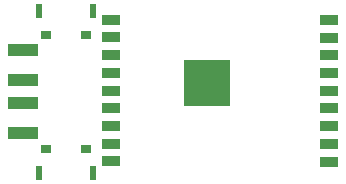
<source format=gbr>
G04 #@! TF.GenerationSoftware,KiCad,Pcbnew,(5.1.4)-1*
G04 #@! TF.CreationDate,2020-11-01T21:23:20+01:00*
G04 #@! TF.ProjectId,deauther-andromeda,64656175-7468-4657-922d-616e64726f6d,rev?*
G04 #@! TF.SameCoordinates,Original*
G04 #@! TF.FileFunction,Paste,Top*
G04 #@! TF.FilePolarity,Positive*
%FSLAX46Y46*%
G04 Gerber Fmt 4.6, Leading zero omitted, Abs format (unit mm)*
G04 Created by KiCad (PCBNEW (5.1.4)-1) date 2020-11-01 21:23:20*
%MOMM*%
%LPD*%
G04 APERTURE LIST*
%ADD10R,0.600000X1.200000*%
%ADD11R,0.900000X0.800000*%
%ADD12R,2.500000X1.100000*%
%ADD13R,1.500000X0.900000*%
%ADD14R,4.000000X4.000000*%
G04 APERTURE END LIST*
D10*
X132650000Y-76170000D03*
X137250000Y-76170000D03*
D11*
X136660000Y-78160000D03*
X133250000Y-78150000D03*
X136650000Y-87830000D03*
X133240000Y-87820000D03*
D10*
X132650000Y-89810000D03*
X137250000Y-89810000D03*
D12*
X131331240Y-83956400D03*
X131331240Y-81956400D03*
X131331240Y-86456400D03*
X131331240Y-79456400D03*
D13*
X157250000Y-88880000D03*
X157250000Y-87380000D03*
X157250000Y-85880000D03*
X157250000Y-84380000D03*
X157250000Y-82880000D03*
X157250000Y-81380000D03*
X157250000Y-79880000D03*
X157250000Y-78380000D03*
X157250000Y-76880000D03*
X138790000Y-76870000D03*
X138790000Y-79870000D03*
X138790000Y-82870000D03*
X138790000Y-78370000D03*
X138790000Y-85870000D03*
X138790000Y-81370000D03*
X138790000Y-87370000D03*
X138790000Y-84370000D03*
X138790000Y-88870000D03*
D14*
X146900000Y-82240000D03*
M02*

</source>
